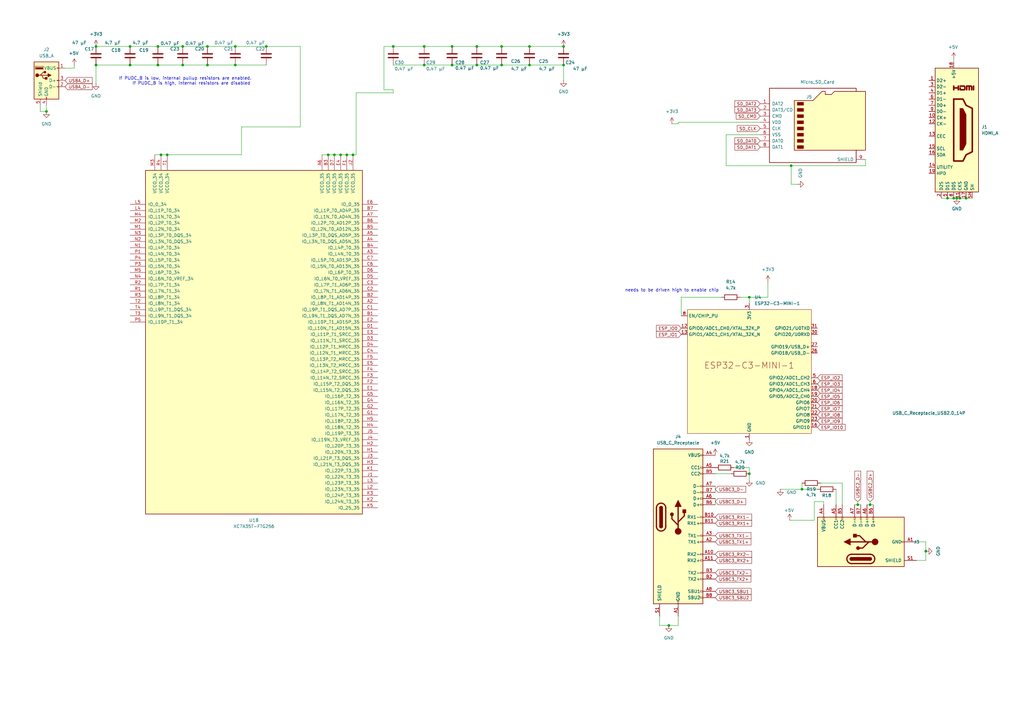
<source format=kicad_sch>
(kicad_sch (version 20250114) (generator "eeschema") (generator_version "9.0")
  (paper "A3")
  (lib_symbols
    (symbol "Connector:HDMI_A"
      (property "Reference" "J" (at -6.35 26.67 0))
      (property "Value" "HDMI_A" (at 10.16 26.67 0))
      (symbol "HDMI_A_1_1"
        (pin passive line (at -10.16 20.32 0) (length 2.54) (name "D2+") (number "1"))
        (pin passive line (at -10.16 17.78 0) (length 2.54) (name "D2-") (number "3"))
        (pin passive line (at -10.16 15.24 0) (length 2.54) (name "D1+") (number "4"))
        (pin passive line (at -10.16 12.7 0) (length 2.54) (name "D1-") (number "6"))
        (pin passive line (at -10.16 10.16 0) (length 2.54) (name "D0+") (number "7"))
        (pin passive line (at -10.16 7.62 0) (length 2.54) (name "D0-") (number "9"))
        (pin passive line (at -10.16 5.08 0) (length 2.54) (name "CK+") (number "10"))
        (pin passive line (at -10.16 2.54 0) (length 2.54) (name "CK-") (number "12"))
        (pin bidirectional line (at -10.16 -2.54 0) (length 2.54) (name "CEC") (number "13"))
        (pin passive line (at -10.16 -7.62 0) (length 2.54) (name "SCL") (number "15"))
        (pin bidirectional line (at -10.16 -10.16 0) (length 2.54) (name "SDA") (number "16"))
        (pin passive line (at -10.16 -15.24 0) (length 2.54) (name "UTILITY") (number "14"))
        (pin passive line (at -10.16 -17.78 0) (length 2.54) (name "HPD") (number "19"))
        (pin power_in line (at -5.08 -27.94 90) (length 2.54) (name "D2S") (number "2"))
        (pin power_in line (at -2.54 -27.94 90) (length 2.54) (name "D1S") (number "5"))
        (pin power_in line (at 0 27.94 270) (length 2.54) (name "+5V") (number "18"))
        (pin power_in line (at 0 -27.94 90) (length 2.54) (name "D0S") (number "8"))
        (pin power_in line (at 2.54 -27.94 90) (length 2.54) (name "CKS") (number "11"))
        (pin power_in line (at 5.08 -27.94 90) (length 2.54) (name "GND") (number "17"))
        (pin passive line (at 7.62 -27.94 90) (length 2.54) (name "SH") (number "SH"))
      )
    )
    (symbol "Connector:Micro_SD_Card" (pin_names (offset 1.016))
      (property "Reference" "J" (at -16.51 15.24 0))
      (property "Value" "Micro_SD_Card" (at 16.51 15.24 0))
      (symbol "Micro_SD_Card_1_1"
        (pin bidirectional line (at -22.86 7.62 0) (length 3.81) (name "DAT2") (number "1"))
        (pin bidirectional line (at -22.86 5.08 0) (length 3.81) (name "DAT3/CD") (number "2"))
        (pin input line (at -22.86 2.54 0) (length 3.81) (name "CMD") (number "3"))
        (pin power_in line (at -22.86 0 0) (length 3.81) (name "VDD") (number "4"))
        (pin input line (at -22.86 -2.54 0) (length 3.81) (name "CLK") (number "5"))
        (pin power_in line (at -22.86 -5.08 0) (length 3.81) (name "VSS") (number "6"))
        (pin bidirectional line (at -22.86 -7.62 0) (length 3.81) (name "DAT0") (number "7"))
        (pin bidirectional line (at -22.86 -10.16 0) (length 3.81) (name "DAT1") (number "8"))
        (pin passive line (at 20.32 -15.24 180) (length 3.81) (name "SHIELD") (number "9"))
      )
    )
    (symbol "Connector:USB_A" (pin_names (offset 1.016))
      (property "Reference" "J" (at -5.08 11.43 0))
      (property "Value" "USB_A" (at -5.08 8.89 0))
      (symbol "USB_A_1_1"
        (pin passive line (at -2.54 -10.16 90) (length 2.54) (name "Shield") (number "5"))
        (pin power_in line (at 0 -10.16 90) (length 2.54) (name "GND") (number "4"))
        (pin power_in line (at 7.62 5.08 180) (length 2.54) (name "VBUS") (number "1"))
        (pin bidirectional line (at 7.62 0 180) (length 2.54) (name "D+") (number "3"))
        (pin bidirectional line (at 7.62 -2.54 180) (length 2.54) (name "D-") (number "2"))
      )
    )
    (symbol "Connector:USB_C_Receptacle" (pin_names (offset 1.016))
      (property "Reference" "J" (at -10.16 29.21 0))
      (property "Value" "USB_C_Receptacle" (at 10.16 29.21 0))
      (symbol "USB_C_Receptacle_1_1"
        (pin passive line (at -7.62 -40.64 90) (length 5.08) (name "SHIELD") (number "S1"))
        (pin passive line (at 0 -40.64 90) (length 5.08) (name "GND") (number "A1"))
        (pin passive line (at 0 -40.64 90) (length 5.08) (hide yes) (name "GND") (number "A12"))
        (pin passive line (at 0 -40.64 90) (length 5.08) (hide yes) (name "GND") (number "B1"))
        (pin passive line (at 0 -40.64 90) (length 5.08) (hide yes) (name "GND") (number "B12"))
        (pin passive line (at 15.24 25.4 180) (length 5.08) (name "VBUS") (number "A4"))
        (pin passive line (at 15.24 25.4 180) (length 5.08) (hide yes) (name "VBUS") (number "A9"))
        (pin passive line (at 15.24 25.4 180) (length 5.08) (hide yes) (name "VBUS") (number "B4"))
        (pin passive line (at 15.24 25.4 180) (length 5.08) (hide yes) (name "VBUS") (number "B9"))
        (pin bidirectional line (at 15.24 20.32 180) (length 5.08) (name "CC1") (number "A5"))
        (pin bidirectional line (at 15.24 17.78 180) (length 5.08) (name "CC2") (number "B5"))
        (pin bidirectional line (at 15.24 12.7 180) (length 5.08) (name "D-") (number "A7"))
        (pin bidirectional line (at 15.24 10.16 180) (length 5.08) (name "D-") (number "B7"))
        (pin bidirectional line (at 15.24 7.62 180) (length 5.08) (name "D+") (number "A6"))
        (pin bidirectional line (at 15.24 5.08 180) (length 5.08) (name "D+") (number "B6"))
        (pin bidirectional line (at 15.24 0 180) (length 5.08) (name "RX1-") (number "B10"))
        (pin bidirectional line (at 15.24 -2.54 180) (length 5.08) (name "RX1+") (number "B11"))
        (pin bidirectional line (at 15.24 -7.62 180) (length 5.08) (name "TX1-") (number "A3"))
        (pin bidirectional line (at 15.24 -10.16 180) (length 5.08) (name "TX1+") (number "A2"))
        (pin bidirectional line (at 15.24 -15.24 180) (length 5.08) (name "RX2-") (number "A10"))
        (pin bidirectional line (at 15.24 -17.78 180) (length 5.08) (name "RX2+") (number "A11"))
        (pin bidirectional line (at 15.24 -22.86 180) (length 5.08) (name "TX2-") (number "B3"))
        (pin bidirectional line (at 15.24 -25.4 180) (length 5.08) (name "TX2+") (number "B2"))
        (pin bidirectional line (at 15.24 -30.48 180) (length 5.08) (name "SBU1") (number "A8"))
        (pin bidirectional line (at 15.24 -33.02 180) (length 5.08) (name "SBU2") (number "B8"))
      )
    )
    (symbol "Connector:USB_C_Receptacle_USB2.0_14P" (pin_names (offset 1.016))
      (property "Reference" "J" (at 0 22.225 0))
      (property "Value" "USB_C_Receptacle_USB2.0_14P" (at 0 19.685 0))
      (symbol "USB_C_Receptacle_USB2.0_14P_1_1"
        (pin passive line (at -7.62 -22.86 90) (length 5.08) (name "SHIELD") (number "S1"))
        (pin passive line (at 0 -22.86 90) (length 5.08) (name "GND") (number "A1"))
        (pin passive line (at 0 -22.86 90) (length 5.08) (hide yes) (name "GND") (number "A12"))
        (pin passive line (at 0 -22.86 90) (length 5.08) (hide yes) (name "GND") (number "B1"))
        (pin passive line (at 0 -22.86 90) (length 5.08) (hide yes) (name "GND") (number "B12"))
        (pin passive line (at 15.24 15.24 180) (length 5.08) (name "VBUS") (number "A4"))
        (pin passive line (at 15.24 15.24 180) (length 5.08) (hide yes) (name "VBUS") (number "A9"))
        (pin passive line (at 15.24 15.24 180) (length 5.08) (hide yes) (name "VBUS") (number "B4"))
        (pin passive line (at 15.24 15.24 180) (length 5.08) (hide yes) (name "VBUS") (number "B9"))
        (pin bidirectional line (at 15.24 10.16 180) (length 5.08) (name "CC1") (number "A5"))
        (pin bidirectional line (at 15.24 7.62 180) (length 5.08) (name "CC2") (number "B5"))
        (pin bidirectional line (at 15.24 2.54 180) (length 5.08) (name "D-") (number "A7"))
        (pin bidirectional line (at 15.24 0 180) (length 5.08) (name "D-") (number "B7"))
        (pin bidirectional line (at 15.24 -2.54 180) (length 5.08) (name "D+") (number "A6"))
        (pin bidirectional line (at 15.24 -5.08 180) (length 5.08) (name "D+") (number "B6"))
      )
    )
    (symbol "Device:C" (pin_numbers (hide yes)) (pin_names (offset 0.254))
      (property "Reference" "C" (at 0.635 2.54 0))
      (property "Value" "C" (at 0.635 -2.54 0))
      (symbol "C_1_1"
        (pin passive line (at 0 3.81 270) (length 2.794) (name "~") (number "1"))
        (pin passive line (at 0 -3.81 90) (length 2.794) (name "~") (number "2"))
      )
    )
    (symbol "Device:R" (pin_numbers (hide yes)) (pin_names (offset 0))
      (property "Reference" "R" (at 2.032 0 90))
      (property "Value" "R" (at 0 0 90))
      (symbol "R_1_1"
        (pin passive line (at 0 3.81 270) (length 1.27) (name "~") (number "1"))
        (pin passive line (at 0 -3.81 90) (length 1.27) (name "~") (number "2"))
      )
    )
    (symbol "FPGA_Xilinx_Artix7:XC7A35T-FTG256" (pin_names (offset 1.016))
      (property "Reference" "U" (at -2.54 0 0))
      (property "Value" "XC7A35T-FTG256" (at -2.54 -2.54 0))
      (symbol "XC7A35T-FTG256_1_1"
        (pin bidirectional line (at -53.34 52.07 0) (length 6.35) (name "IO_0_14") (number "K12"))
        (pin bidirectional line (at -53.34 49.53 0) (length 6.35) (name "IO_L1P_T0_D00_MOSI_14") (number "J13"))
        (pin bidirectional line (at -53.34 46.99 0) (length 6.35) (name "IO_L1N_T0_D01_DIN_14") (number "J14"))
        (pin bidirectional line (at -53.34 44.45 0) (length 6.35) (name "IO_L2P_T0_D02_14") (number "K15"))
        (pin bidirectional line (at -53.34 41.91 0) (length 6.35) (name "IO_L2N_T0_D03_14") (number "K16"))
        (pin bidirectional line (at -53.34 39.37 0) (length 6.35) (name "IO_L3P_T0_DQS_PUDC_B_14") (number "L15"))
        (pin bidirectional line (at -53.34 36.83 0) (length 6.35) (name "IO_L3N_T0_DQS_EMCCLK_14") (number "M15"))
        (pin bidirectional line (at -53.34 34.29 0) (length 6.35) (name "IO_L4P_T0_D04_14") (number "L14"))
        (pin bidirectional line (at -53.34 31.75 0) (length 6.35) (name "IO_L4N_T0_D05_14") (number "M14"))
        (pin bidirectional line (at -53.34 29.21 0) (length 6.35) (name "IO_L5P_T0_D06_14") (number "K13"))
        (pin bidirectional line (at -53.34 26.67 0) (length 6.35) (name "IO_L5N_T0_D07_14") (number "L13"))
        (pin bidirectional line (at -53.34 24.13 0) (length 6.35) (name "IO_L6P_T0_FCS_B_14") (number "L12"))
        (pin bidirectional line (at -53.34 21.59 0) (length 6.35) (name "IO_L6N_T0_D08_VREF_14") (number "M12"))
        (pin bidirectional line (at -53.34 19.05 0) (length 6.35) (name "IO_L7P_T1_D09_14") (number "M16"))
        (pin bidirectional line (at -53.34 16.51 0) (length 6.35) (name "IO_L7N_T1_D10_14") (number "N16"))
        (pin bidirectional line (at -53.34 13.97 0) (length 6.35) (name "IO_L8P_T1_D11_14") (number "P15"))
        (pin bidirectional line (at -53.34 11.43 0) (length 6.35) (name "IO_L8N_T1_D12_14") (number "P16"))
        (pin bidirectional line (at -53.34 8.89 0) (length 6.35) (name "IO_L9P_T1_DQS_14") (number "R15"))
        (pin bidirectional line (at -53.34 6.35 0) (length 6.35) (name "IO_L9N_T1_DQS_D13_14") (number "R16"))
        (pin bidirectional line (at -53.34 3.81 0) (length 6.35) (name "IO_L10P_T1_D14_14") (number "T14"))
        (pin bidirectional line (at -53.34 1.27 0) (length 6.35) (name "IO_L10N_T1_D15_14") (number "T15"))
        (pin bidirectional line (at -53.34 -1.27 0) (length 6.35) (name "IO_L11P_T1_SRCC_14") (number "N13"))
        (pin bidirectional line (at -53.34 -3.81 0) (length 6.35) (name "IO_L11N_T1_SRCC_14") (number "P13"))
        (pin bidirectional line (at -53.34 -6.35 0) (length 6.35) (name "IO_L12P_T1_MRCC_14") (number "N14"))
        (pin bidirectional line (at -53.34 -8.89 0) (length 6.35) (name "IO_L12N_T1_MRCC_14") (number "P14"))
        (pin bidirectional line (at -53.34 -11.43 0) (length 6.35) (name "IO_L13P_T2_MRCC_14") (number "N11"))
        (pin bidirectional line (at -53.34 -13.97 0) (length 6.35) (name "IO_L13N_T2_MRCC_14") (number "N12"))
        (pin bidirectional line (at -53.34 -16.51 0) (length 6.35) (name "IO_L14P_T2_SRCC_14") (number "P10"))
        (pin bidirectional line (at -53.34 -19.05 0) (length 6.35) (name "IO_L14N_T2_SRCC_14") (number "P11"))
        (pin bidirectional line (at -53.34 -21.59 0) (length 6.35) (name "IO_L15P_T2_DQS_RDWR_B_14") (number "R12"))
        (pin bidirectional line (at -53.34 -24.13 0) (length 6.35) (name "IO_L15N_T2_DQS_DOUT_CSO_B_14") (number "T12"))
        (pin bidirectional line (at -53.34 -26.67 0) (length 6.35) (name "IO_L16P_T2_CSI_B_14") (number "R13"))
        (pin bidirectional line (at -53.34 -29.21 0) (length 6.35) (name "IO_L16N_T2_A15_D31_14") (number "T13"))
        (pin bidirectional line (at -53.34 -31.75 0) (length 6.35) (name "IO_L17P_T2_A14_D30_14") (number "R10"))
        (pin bidirectional line (at -53.34 -34.29 0) (length 6.35) (name "IO_L17N_T2_A13_D29_14") (number "R11"))
        (pin bidirectional line (at -53.34 -36.83 0) (length 6.35) (name "IO_L18P_T2_A12_D28_14") (number "N9"))
        (pin bidirectional line (at -53.34 -39.37 0) (length 6.35) (name "IO_L18N_T2_A11_D27_14") (number "P9"))
        (pin bidirectional line (at -53.34 -41.91 0) (length 6.35) (name "IO_L19P_T3_A10_D26_14") (number "M6"))
        (pin bidirectional line (at -53.34 -44.45 0) (length 6.35) (name "IO_L19N_T3_A09_D25_VREF_14") (number "N6"))
        (pin bidirectional line (at -53.34 -46.99 0) (length 6.35) (name "IO_L20P_T3_A08_D24_14") (number "P8"))
        (pin bidirectional line (at -53.34 -49.53 0) (length 6.35) (name "IO_L20N_T3_A07_D23_14") (number "R8"))
        (pin bidirectional line (at -53.34 -52.07 0) (length 6.35) (name "IO_L21P_T3_DQS_14") (number "T7"))
        (pin bidirectional line (at -53.34 -54.61 0) (length 6.35) (name "IO_L21N_T3_DQS_A06_D22_14") (number "T8"))
        (pin bidirectional line (at -53.34 -57.15 0) (length 6.35) (name "IO_L22P_T3_A05_D21_14") (number "T9"))
        (pin bidirectional line (at -53.34 -59.69 0) (length 6.35) (name "IO_L22N_T3_A04_D20_14") (number "T10"))
        (pin bidirectional line (at -53.34 -62.23 0) (length 6.35) (name "IO_L23P_T3_A03_D19_14") (number "R5"))
        (pin bidirectional line (at -53.34 -64.77 0) (length 6.35) (name "IO_L23N_T3_A02_D18_14") (number "T5"))
        (pin bidirectional line (at -53.34 -67.31 0) (length 6.35) (name "IO_L24P_T3_A01_D17_14") (number "R6"))
        (pin bidirectional line (at -53.34 -69.85 0) (length 6.35) (name "IO_L24N_T3_A00_D16_14") (number "R7"))
        (pin bidirectional line (at -53.34 -72.39 0) (length 6.35) (name "IO_25_14") (number "P6"))
        (pin power_in line (at -43.18 72.39 270) (length 6.35) (name "VCCO_14") (number "L16"))
        (pin power_in line (at -40.64 72.39 270) (length 6.35) (name "VCCO_14") (number "M13"))
        (pin power_in line (at -38.1 72.39 270) (length 6.35) (name "VCCO_14") (number "N10"))
        (pin power_in line (at -35.56 72.39 270) (length 6.35) (name "VCCO_14") (number "P7"))
        (pin power_in line (at -33.02 72.39 270) (length 6.35) (name "VCCO_14") (number "R14"))
        (pin power_in line (at -30.48 72.39 270) (length 6.35) (name "VCCO_14") (number "T11"))
        (pin power_in line (at 25.4 72.39 270) (length 6.35) (name "VCCO_15") (number "A16"))
        (pin power_in line (at 27.94 72.39 270) (length 6.35) (name "VCCO_15") (number "B13"))
        (pin power_in line (at 30.48 72.39 270) (length 6.35) (name "VCCO_15") (number "C10"))
        (pin power_in line (at 33.02 72.39 270) (length 6.35) (name "VCCO_15") (number "E14"))
        (pin power_in line (at 35.56 72.39 270) (length 6.35) (name "VCCO_15") (number "H15"))
        (pin power_in line (at 38.1 72.39 270) (length 6.35) (name "VCCO_15") (number "J12"))
        (pin bidirectional line (at 48.26 52.07 180) (length 6.35) (name "IO_0_15") (number "D10"))
        (pin bidirectional line (at 48.26 49.53 180) (length 6.35) (name "IO_L1P_T0_AD0P_15") (number "C8"))
        (pin bidirectional line (at 48.26 46.99 180) (length 6.35) (name "IO_L1N_T0_AD0N_15") (number "C9"))
        (pin bidirectional line (at 48.26 44.45 180) (length 6.35) (name "IO_L2P_T0_AD8P_15") (number "A8"))
        (pin bidirectional line (at 48.26 41.91 180) (length 6.35) (name "IO_L2N_T0_AD8N_15") (number "A9"))
        (pin bidirectional line (at 48.26 39.37 180) (length 6.35) (name "IO_L3P_T0_DQS_AD1P_15") (number "B9"))
        (pin bidirectional line (at 48.26 36.83 180) (length 6.35) (name "IO_L3N_T0_DQS_AD1N_15") (number "A10"))
        (pin bidirectional line (at 48.26 34.29 180) (length 6.35) (name "IO_L4P_T0_15") (number "B10"))
        (pin bidirectional line (at 48.26 31.75 180) (length 6.35) (name "IO_L4N_T0_15") (number "B11"))
        (pin bidirectional line (at 48.26 29.21 180) (length 6.35) (name "IO_L5P_T0_AD9P_15") (number "B12"))
        (pin bidirectional line (at 48.26 26.67 180) (length 6.35) (name "IO_L5N_T0_AD9N_15") (number "A12"))
        (pin bidirectional line (at 48.26 24.13 180) (length 6.35) (name "IO_L6P_T0_15") (number "D8"))
        (pin bidirectional line (at 48.26 21.59 180) (length 6.35) (name "IO_L6N_T0_VREF_15") (number "D9"))
        (pin bidirectional line (at 48.26 19.05 180) (length 6.35) (name "IO_L7P_T1_AD2P_15") (number "A13"))
        (pin bidirectional line (at 48.26 16.51 180) (length 6.35) (name "IO_L7N_T1_AD2N_15") (number "A14"))
        (pin bidirectional line (at 48.26 13.97 180) (length 6.35) (name "IO_L8P_T1_AD10P_15") (number "C14"))
        (pin bidirectional line (at 48.26 11.43 180) (length 6.35) (name "IO_L8N_T1_AD10N_15") (number "B14"))
        (pin bidirectional line (at 48.26 8.89 180) (length 6.35) (name "IO_L9P_T1_DQS_AD3P_15") (number "B15"))
        (pin bidirectional line (at 48.26 6.35 180) (length 6.35) (name "IO_L9N_T1_DQS_AD3N_15") (number "A15"))
        (pin bidirectional line (at 48.26 3.81 180) (length 6.35) (name "IO_L10P_T1_AD11P_15") (number "C16"))
        (pin bidirectional line (at 48.26 1.27 180) (length 6.35) (name "IO_L10N_T1_AD11N_15") (number "B16"))
        (pin bidirectional line (at 48.26 -1.27 180) (length 6.35) (name "IO_L11P_T1_SRCC_15") (number "C11"))
        (pin bidirectional line (at 48.26 -3.81 180) (length 6.35) (name "IO_L11N_T1_SRCC_15") (number "C12"))
        (pin bidirectional line (at 48.26 -6.35 180) (length 6.35) (name "IO_L12P_T1_MRCC_15") (number "D13"))
        (pin bidirectional line (at 48.26 -8.89 180) (length 6.35) (name "IO_L12N_T1_MRCC_15") (number "C13"))
        (pin bidirectional line (at 48.26 -11.43 180) (length 6.35) (name "IO_L13P_T2_MRCC_15") (number "E12"))
        (pin bidirectional line (at 48.26 -13.97 180) (length 6.35) (name "IO_L13N_T2_MRCC_15") (number "E13"))
        (pin bidirectional line (at 48.26 -16.51 180) (length 6.35) (name "IO_L14P_T2_SRCC_15") (number "E11"))
        (pin bidirectional line (at 48.26 -19.05 180) (length 6.35) (name "IO_L14N_T2_SRCC_15") (number "D11"))
        (pin bidirectional line (at 48.26 -21.59 180) (length 6.35) (name "IO_L15P_T2_DQS_15") (number "D14"))
        (pin bidirectional line (at 48.26 -24.13 180) (length 6.35) (name "IO_L15N_T2_DQS_ADV_B_15") (number "D15"))
        (pin bidirectional line (at 48.26 -26.67 180) (length 6.35) (name "IO_L16P_T2_A28_15") (number "F12"))
        (pin bidirectional line (at 48.26 -29.21 180) (length 6.35) (name "IO_L16N_T2_A27_15") (number "F13"))
        (pin bidirectional line (at 48.26 -31.75 180) (length 6.35) (name "IO_L17P_T2_A26_15") (number "E16"))
        (pin bidirectional line (at 48.26 -34.29 180) (length 6.35) (name "IO_L17N_T2_A25_15") (number "D16"))
        (pin bidirectional line (at 48.26 -36.83 180) (length 6.35) (name "IO_L18P_T2_A24_15") (number "F15"))
        (pin bidirectional line (at 48.26 -39.37 180) (length 6.35) (name "IO_L18N_T2_A23_15") (number "E15"))
        (pin bidirectional line (at 48.26 -41.91 180) (length 6.35) (name "IO_L19P_T3_A22_15") (number "H11"))
        (pin bidirectional line (at 48.26 -44.45 180) (length 6.35) (name "IO_L19N_T3_A21_VREF_15") (number "G12"))
        (pin bidirectional line (at 48.26 -46.99 180) (length 6.35) (name "IO_L20P_T3_A20_15") (number "H12"))
        (pin bidirectional line (at 48.26 -49.53 180) (length 6.35) (name "IO_L20N_T3_A19_15") (number "H13"))
        (pin bidirectional line (at 48.26 -52.07 180) (length 6.35) (name "IO_L21P_T3_DQS_15") (number "G14"))
        (pin bidirectional line (at 48.26 -54.61 180) (length 6.35) (name "IO_L21N_T3_DQS_A18_15") (number "F14"))
        (pin bidirectional line (at 48.26 -57.15 180) (length 6.35) (name "IO_L22P_T3_A17_15") (number "H16"))
        (pin bidirectional line (at 48.26 -59.69 180) (length 6.35) (name "IO_L22N_T3_A16_15") (number "G16"))
        (pin bidirectional line (at 48.26 -62.23 180) (length 6.35) (name "IO_L23P_T3_FOE_B_15") (number "J15"))
        (pin bidirectional line (at 48.26 -64.77 180) (length 6.35) (name "IO_L23N_T3_FWE_B_15") (number "J16"))
        (pin bidirectional line (at 48.26 -67.31 180) (length 6.35) (name "IO_L24P_T3_RS1_15") (number "H14"))
        (pin bidirectional line (at 48.26 -69.85 180) (length 6.35) (name "IO_L24N_T3_RS0_15") (number "G15"))
        (pin bidirectional line (at 48.26 -72.39 180) (length 6.35) (name "IO_25_15") (number "G11"))
      )
      (symbol "XC7A35T-FTG256_2_1"
        (pin bidirectional line (at -50.8 53.34 0) (length 6.35) (name "IO_0_34") (number "L5"))
        (pin bidirectional line (at -50.8 50.8 0) (length 6.35) (name "IO_L1P_T0_34") (number "L4"))
        (pin bidirectional line (at -50.8 48.26 0) (length 6.35) (name "IO_L1N_T0_34") (number "M4"))
        (pin bidirectional line (at -50.8 45.72 0) (length 6.35) (name "IO_L2P_T0_34") (number "M2"))
        (pin bidirectional line (at -50.8 43.18 0) (length 6.35) (name "IO_L2N_T0_34") (number "M1"))
        (pin bidirectional line (at -50.8 40.64 0) (length 6.35) (name "IO_L3P_T0_DQS_34") (number "N3"))
        (pin bidirectional line (at -50.8 38.1 0) (length 6.35) (name "IO_L3N_T0_DQS_34") (number "N2"))
        (pin bidirectional line (at -50.8 35.56 0) (length 6.35) (name "IO_L4P_T0_34") (number "N1"))
        (pin bidirectional line (at -50.8 33.02 0) (length 6.35) (name "IO_L4N_T0_34") (number "P1"))
        (pin bidirectional line (at -50.8 30.48 0) (length 6.35) (name "IO_L5P_T0_34") (number "P4"))
        (pin bidirectional line (at -50.8 27.94 0) (length 6.35) (name "IO_L5N_T0_34") (number "P3"))
        (pin bidirectional line (at -50.8 25.4 0) (length 6.35) (name "IO_L6P_T0_34") (number "M5"))
        (pin bidirectional line (at -50.8 22.86 0) (length 6.35) (name "IO_L6N_T0_VREF_34") (number "N4"))
        (pin bidirectional line (at -50.8 20.32 0) (length 6.35) (name "IO_L7P_T1_34") (number "R2"))
        (pin bidirectional line (at -50.8 17.78 0) (length 6.35) (name "IO_L7N_T1_34") (number "R1"))
        (pin bidirectional line (at -50.8 15.24 0) (length 6.35) (name "IO_L8P_T1_34") (number "R3"))
        (pin bidirectional line (at -50.8 12.7 0) (length 6.35) (name "IO_L8N_T1_34") (number "T2"))
        (pin bidirectional line (at -50.8 10.16 0) (length 6.35) (name "IO_L9P_T1_DQS_34") (number "T4"))
        (pin bidirectional line (at -50.8 7.62 0) (length 6.35) (name "IO_L9N_T1_DQS_34") (number "T3"))
        (pin bidirectional line (at -50.8 5.08 0) (length 6.35) (name "IO_L10P_T1_34") (number "P5"))
        (pin power_in line (at -40.64 73.66 270) (length 6.35) (name "VCCO_34") (number "M3"))
        (pin power_in line (at -38.1 73.66 270) (length 6.35) (name "VCCO_34") (number "R4"))
        (pin power_in line (at -35.56 73.66 270) (length 6.35) (name "VCCO_34") (number "T1"))
        (pin power_in line (at 27.94 73.66 270) (length 6.35) (name "VCCO_35") (number "A6"))
        (pin power_in line (at 30.48 73.66 270) (length 6.35) (name "VCCO_35") (number "B3"))
        (pin power_in line (at 33.02 73.66 270) (length 6.35) (name "VCCO_35") (number "D7"))
        (pin power_in line (at 35.56 73.66 270) (length 6.35) (name "VCCO_35") (number "E4"))
        (pin power_in line (at 38.1 73.66 270) (length 6.35) (name "VCCO_35") (number "F1"))
        (pin power_in line (at 40.64 73.66 270) (length 6.35) (name "VCCO_35") (number "J2"))
        (pin bidirectional line (at 50.8 53.34 180) (length 6.35) (name "IO_0_35") (number "E6"))
        (pin bidirectional line (at 50.8 50.8 180) (length 6.35) (name "IO_L1P_T0_AD4P_35") (number "B7"))
        (pin bidirectional line (at 50.8 48.26 180) (length 6.35) (name "IO_L1N_T0_AD4N_35") (number "A7"))
        (pin bidirectional line (at 50.8 45.72 180) (length 6.35) (name "IO_L2P_T0_AD12P_35") (number "B6"))
        (pin bidirectional line (at 50.8 43.18 180) (length 6.35) (name "IO_L2N_T0_AD12N_35") (number "B5"))
        (pin bidirectional line (at 50.8 40.64 180) (length 6.35) (name "IO_L3P_T0_DQS_AD5P_35") (number "A5"))
        (pin bidirectional line (at 50.8 38.1 180) (length 6.35) (name "IO_L3N_T0_DQS_AD5N_35") (number "A4"))
        (pin bidirectional line (at 50.8 35.56 180) (length 6.35) (name "IO_L4P_T0_35") (number "B4"))
        (pin bidirectional line (at 50.8 33.02 180) (length 6.35) (name "IO_L4N_T0_35") (number "A3"))
        (pin bidirectional line (at 50.8 30.48 180) (length 6.35) (name "IO_L5P_T0_AD13P_35") (number "C7"))
        (pin bidirectional line (at 50.8 27.94 180) (length 6.35) (name "IO_L5N_T0_AD13N_35") (number "C6"))
        (pin bidirectional line (at 50.8 25.4 180) (length 6.35) (name "IO_L6P_T0_35") (number "D6"))
        (pin bidirectional line (at 50.8 22.86 180) (length 6.35) (name "IO_L6N_T0_VREF_35") (number "D5"))
        (pin bidirectional line (at 50.8 20.32 180) (length 6.35) (name "IO_L7P_T1_AD6P_35") (number "C3"))
        (pin bidirectional line (at 50.8 17.78 180) (length 6.35) (name "IO_L7N_T1_AD6N_35") (number "C2"))
        (pin bidirectional line (at 50.8 15.24 180) (length 6.35) (name "IO_L8P_T1_AD14P_35") (number "B2"))
        (pin bidirectional line (at 50.8 12.7 180) (length 6.35) (name "IO_L8N_T1_AD14N_35") (number "A2"))
        (pin bidirectional line (at 50.8 10.16 180) (length 6.35) (name "IO_L9P_T1_DQS_AD7P_35") (number "C1"))
        (pin bidirectional line (at 50.8 7.62 180) (length 6.35) (name "IO_L9N_T1_DQS_AD7N_35") (number "B1"))
        (pin bidirectional line (at 50.8 5.08 180) (length 6.35) (name "IO_L10P_T1_AD15P_35") (number "E2"))
        (pin bidirectional line (at 50.8 2.54 180) (length 6.35) (name "IO_L10N_T1_AD15N_35") (number "D1"))
        (pin bidirectional line (at 50.8 0 180) (length 6.35) (name "IO_L11P_T1_SRCC_35") (number "E3"))
        (pin bidirectional line (at 50.8 -2.54 180) (length 6.35) (name "IO_L11N_T1_SRCC_35") (number "D3"))
        (pin bidirectional line (at 50.8 -5.08 180) (length 6.35) (name "IO_L12P_T1_MRCC_35") (number "D4"))
        (pin bidirectional line (at 50.8 -7.62 180) (length 6.35) (name "IO_L12N_T1_MRCC_35") (number "C4"))
        (pin bidirectional line (at 50.8 -10.16 180) (length 6.35) (name "IO_L13P_T2_MRCC_35") (number "F5"))
        (pin bidirectional line (at 50.8 -12.7 180) (length 6.35) (name "IO_L13N_T2_MRCC_35") (number "E5"))
        (pin bidirectional line (at 50.8 -15.24 180) (length 6.35) (name "IO_L14P_T2_SRCC_35") (number "F4"))
        (pin bidirectional line (at 50.8 -17.78 180) (length 6.35) (name "IO_L14N_T2_SRCC_35") (number "F3"))
        (pin bidirectional line (at 50.8 -20.32 180) (length 6.35) (name "IO_L15P_T2_DQS_35") (number "F2"))
        (pin bidirectional line (at 50.8 -22.86 180) (length 6.35) (name "IO_L15N_T2_DQS_35") (number "E1"))
        (pin bidirectional line (at 50.8 -25.4 180) (length 6.35) (name "IO_L16P_T2_35") (number "G5"))
        (pin bidirectional line (at 50.8 -27.94 180) (length 6.35) (name "IO_L16N_T2_35") (number "G4"))
        (pin bidirectional line (at 50.8 -30.48 180) (length 6.35) (name "IO_L17P_T2_35") (number "G2"))
        (pin bidirectional line (at 50.8 -33.02 180) (length 6.35) (name "IO_L17N_T2_35") (number "G1"))
        (pin bidirectional line (at 50.8 -35.56 180) (length 6.35) (name "IO_L18P_T2_35") (number "H5"))
        (pin bidirectional line (at 50.8 -38.1 180) (length 6.35) (name "IO_L18N_T2_35") (number "H4"))
        (pin bidirectional line (at 50.8 -40.64 180) (length 6.35) (name "IO_L19P_T3_35") (number "J5"))
        (pin bidirectional line (at 50.8 -43.18 180) (length 6.35) (name "IO_L19N_T3_VREF_35") (number "J4"))
        (pin bidirectional line (at 50.8 -45.72 180) (length 6.35) (name "IO_L20P_T3_35") (number "H2"))
        (pin bidirectional line (at 50.8 -48.26 180) (length 6.35) (name "IO_L20N_T3_35") (number "H1"))
        (pin bidirectional line (at 50.8 -50.8 180) (length 6.35) (name "IO_L21P_T3_DQS_35") (number "J3"))
        (pin bidirectional line (at 50.8 -53.34 180) (length 6.35) (name "IO_L21N_T3_DQS_35") (number "H3"))
        (pin bidirectional line (at 50.8 -55.88 180) (length 6.35) (name "IO_L22P_T3_35") (number "K1"))
        (pin bidirectional line (at 50.8 -58.42 180) (length 6.35) (name "IO_L22N_T3_35") (number "J1"))
        (pin bidirectional line (at 50.8 -60.96 180) (length 6.35) (name "IO_L23P_T3_35") (number "L3"))
        (pin bidirectional line (at 50.8 -63.5 180) (length 6.35) (name "IO_L23N_T3_35") (number "L2"))
        (pin bidirectional line (at 50.8 -66.04 180) (length 6.35) (name "IO_L24P_T3_35") (number "K3"))
        (pin bidirectional line (at 50.8 -68.58 180) (length 6.35) (name "IO_L24N_T3_35") (number "K2"))
        (pin bidirectional line (at 50.8 -71.12 180) (length 6.35) (name "IO_25_35") (number "K5"))
      )
      (symbol "XC7A35T-FTG256_3_1"
        (pin power_in line (at 27.94 40.64 270) (length 6.35) (name "VCCO_0") (number "L6"))
        (pin bidirectional line (at 38.1 20.32 180) (length 6.35) (name "TDI_0") (number "N7"))
        (pin bidirectional line (at 38.1 17.78 180) (length 6.35) (name "TDO_0") (number "N8"))
        (pin bidirectional line (at 38.1 15.24 180) (length 6.35) (name "TMS_0") (number "M7"))
        (pin bidirectional line (at 38.1 12.7 180) (length 6.35) (name "TCK_0") (number "L7"))
        (pin bidirectional line (at 38.1 7.62 180) (length 6.35) (name "CCLK_0") (number "E8"))
        (pin bidirectional line (at 38.1 5.08 180) (length 6.35) (name "M0_0") (number "M9"))
        (pin bidirectional line (at 38.1 2.54 180) (length 6.35) (name "M1_0") (number "M10"))
        (pin bidirectional line (at 38.1 0 180) (length 6.35) (name "M2_0") (number "M11"))
        (pin bidirectional line (at 38.1 -5.08 180) (length 6.35) (name "DONE_0") (number "H10"))
        (pin bidirectional line (at 38.1 -7.62 180) (length 6.35) (name "INIT_B_0") (number "K10"))
        (pin bidirectional line (at 38.1 -10.16 180) (length 6.35) (name "PROGRAM_B_0") (number "L9"))
        (pin bidirectional line (at 38.1 -15.24 180) (length 6.35) (name "CFGBVS_0") (number "E7"))
        (pin bidirectional line (at 38.1 -20.32 180) (length 6.35) (name "VP_0") (number "H8"))
        (pin bidirectional line (at 38.1 -22.86 180) (length 6.35) (name "VN_0") (number "J7"))
        (pin bidirectional line (at 38.1 -27.94 180) (length 6.35) (name "VREFP_0") (number "J8"))
        (pin bidirectional line (at 38.1 -30.48 180) (length 6.35) (name "VREFN_0") (number "H7"))
        (pin bidirectional line (at 38.1 -35.56 180) (length 6.35) (name "DXP_0") (number "K8"))
        (pin bidirectional line (at 38.1 -38.1 180) (length 6.35) (name "DXN_0") (number "K7"))
      )
      (symbol "XC7A35T-FTG256_4_1"
        (pin power_in line (at -25.4 33.02 0) (length 6.35) (name "VCCAUX") (number "G10"))
        (pin power_in line (at -25.4 30.48 0) (length 6.35) (name "VCCAUX") (number "J10"))
        (pin power_in line (at -25.4 27.94 0) (length 6.35) (name "VCCAUX") (number "K11"))
        (pin power_in line (at -25.4 25.4 0) (length 6.35) (name "VCCAUX") (number "L10"))
        (pin power_in line (at -25.4 20.32 0) (length 6.35) (name "GNDADC_0") (number "G7"))
        (pin power_in line (at -25.4 17.78 0) (length 6.35) (name "VCCADC_0") (number "G8"))
        (pin power_in line (at -25.4 15.24 0) (length 6.35) (name "VCCBATT_0") (number "F8"))
        (pin power_in line (at -25.4 12.7 0) (length 6.35) (name "VCCBRAM") (number "E10"))
        (pin power_in line (at -25.4 10.16 0) (length 6.35) (name "VCCBRAM") (number "F11"))
        (pin power_in line (at -25.4 2.54 0) (length 6.35) (name "GND") (number "A1"))
        (pin power_in line (at -25.4 0 0) (length 6.35) (name "GND") (number "A11"))
        (pin power_in line (at -25.4 -2.54 0) (length 6.35) (name "GND") (number "B8"))
        (pin power_in line (at -25.4 -5.08 0) (length 6.35) (name "GND") (number "C5"))
        (pin power_in line (at -25.4 -7.62 0) (length 6.35) (name "GND") (number "C15"))
        (pin power_in line (at -25.4 -10.16 0) (length 6.35) (name "GND") (number "D2"))
        (pin power_in line (at -25.4 -12.7 0) (length 6.35) (name "GND") (number "D12"))
        (pin power_in line (at -25.4 -15.24 0) (length 6.35) (name "GND") (number "E9"))
        (pin power_in line (at -25.4 -17.78 0) (length 6.35) (name "GND") (number "F6"))
        (pin power_in line (at -25.4 -20.32 0) (length 6.35) (name "GND") (number "F10"))
        (pin power_in line (at -25.4 -22.86 0) (length 6.35) (name "GND") (number "F16"))
        (pin power_in line (at -25.4 -25.4 0) (length 6.35) (name "GND") (number "G3"))
        (pin power_in line (at -25.4 -27.94 0) (length 6.35) (name "GND") (number "G9"))
        (pin power_in line (at -25.4 -30.48 0) (length 6.35) (name "GND") (number "G13"))
        (pin power_in line (at -25.4 -33.02 0) (length 6.35) (name "GND") (number "H6"))
        (pin power_in line (at 25.4 33.02 180) (length 6.35) (name "VCCINT") (number "F7"))
        (pin power_in line (at 25.4 30.48 180) (length 6.35) (name "VCCINT") (number "F9"))
        (pin power_in line (at 25.4 27.94 180) (length 6.35) (name "VCCINT") (number "G6"))
        (pin power_in line (at 25.4 25.4 180) (length 6.35) (name "VCCINT") (number "H9"))
        (pin power_in line (at 25.4 22.86 180) (length 6.35) (name "VCCINT") (number "J6"))
        (pin power_in line (at 25.4 20.32 180) (length 6.35) (name "VCCINT") (number "K9"))
        (pin power_in line (at 25.4 17.78 180) (length 6.35) (name "VCCINT") (number "L8"))
        (pin power_in line (at 25.4 2.54 180) (length 6.35) (name "GND") (number "J9"))
        (pin power_in line (at 25.4 0 180) (length 6.35) (name "GND") (number "J11"))
        (pin power_in line (at 25.4 -2.54 180) (length 6.35) (name "GND") (number "K4"))
        (pin power_in line (at 25.4 -5.08 180) (length 6.35) (name "GND") (number "K6"))
        (pin power_in line (at 25.4 -7.62 180) (length 6.35) (name "GND") (number "K14"))
        (pin power_in line (at 25.4 -10.16 180) (length 6.35) (name "GND") (number "L1"))
        (pin power_in line (at 25.4 -12.7 180) (length 6.35) (name "GND") (number "L11"))
        (pin power_in line (at 25.4 -15.24 180) (length 6.35) (name "GND") (number "M8"))
        (pin power_in line (at 25.4 -17.78 180) (length 6.35) (name "GND") (number "N5"))
        (pin power_in line (at 25.4 -20.32 180) (length 6.35) (name "GND") (number "N15"))
        (pin power_in line (at 25.4 -22.86 180) (length 6.35) (name "GND") (number "P2"))
        (pin power_in line (at 25.4 -25.4 180) (length 6.35) (name "GND") (number "P12"))
        (pin power_in line (at 25.4 -27.94 180) (length 6.35) (name "GND") (number "R9"))
        (pin power_in line (at 25.4 -30.48 180) (length 6.35) (name "GND") (number "T6"))
        (pin power_in line (at 25.4 -33.02 180) (length 6.35) (name "GND") (number "T16"))
      )
    )
    (symbol "PCM_Espressif:ESP32-C3-MINI-1"
      (property "Reference" "U" (at -25.4 30.48 0))
      (property "Value" "ESP32-C3-MINI-1" (at -25.4 27.94 0))
      (symbol "ESP32-C3-MINI-1_0_0"
        (text "ESP32-C3-MINI-1" (at 0 2.54 0) (effects (font (size 2.54 2.54))))
      )
      (symbol "ESP32-C3-MINI-1_1_1"
        (pin input line (at -27.94 22.86 0) (length 2.54) (name "EN/CHIP_PU") (number "8"))
        (pin bidirectional line (at -27.94 17.78 0) (length 2.54) (name "GPIO0/ADC1_CH0/XTAL_32K_P") (number "12"))
        (pin bidirectional line (at -27.94 15.24 0) (length 2.54) (name "GPIO1/ADC1_CH1/XTAL_32K_N") (number "13"))
        (pin no_connect line (at -25.4 10.16 0) (length 2.54) (hide yes) (name "NC") (number "4"))
        (pin no_connect line (at -25.4 7.62 0) (length 2.54) (hide yes) (name "NC") (number "7"))
        (pin no_connect line (at -25.4 5.08 0) (length 2.54) (hide yes) (name "NC") (number "9"))
        (pin no_connect line (at -25.4 2.54 0) (length 2.54) (hide yes) (name "NC") (number "10"))
        (pin no_connect line (at -25.4 0 0) (length 2.54) (hide yes) (name "NC") (number "15"))
        (pin no_connect line (at -25.4 -2.54 0) (length 2.54) (hide yes) (name "NC") (number "17"))
        (pin no_connect line (at -25.4 -5.08 0) (length 2.54) (hide yes) (name "NC") (number "24"))
        (pin no_connect line (at -25.4 -7.62 0) (length 2.54) (hide yes) (name "NC") (number "25"))
        (pin no_connect line (at -25.4 -10.16 0) (length 2.54) (hide yes) (name "NC") (number "28"))
        (pin no_connect line (at -25.4 -12.7 0) (length 2.54) (hide yes) (name "NC") (number "29"))
        (pin no_connect line (at -25.4 -15.24 0) (length 2.54) (hide yes) (name "NC") (number "32"))
        (pin no_connect line (at -25.4 -17.78 0) (length 2.54) (hide yes) (name "NC") (number "33"))
        (pin no_connect line (at -25.4 -20.32 0) (length 2.54) (hide yes) (name "NC") (number "34"))
        (pin no_connect line (at -25.4 -22.86 0) (length 2.54) (hide yes) (name "NC") (number "35"))
        (pin power_in line (at 0 27.94 270) (length 2.54) (name "3V3") (number "3"))
        (pin power_in line (at 0 -27.94 90) (length 2.54) (name "GND") (number "1"))
        (pin passive line (at 0 -27.94 90) (length 2.54) (hide yes) (name "GND") (number "11"))
        (pin passive line (at 0 -27.94 90) (length 2.54) (hide yes) (name "GND") (number "14"))
        (pin passive line (at 0 -27.94 90) (length 2.54) (hide yes) (name "GND") (number "2"))
        (pin passive line (at 0 -27.94 90) (length 2.54) (hide yes) (name "GND") (number "36"))
        (pin passive line (at 0 -27.94 90) (length 2.54) (hide yes) (name "GND") (number "37"))
        (pin passive line (at 0 -27.94 90) (length 2.54) (hide yes) (name "GND") (number "38"))
        (pin passive line (at 0 -27.94 90) (length 2.54) (hide yes) (name "GND") (number "39"))
        (pin passive line (at 0 -27.94 90) (length 2.54) (hide yes) (name "GND") (number "40"))
        (pin passive line (at 0 -27.94 90) (length 2.54) (hide yes) (name "GND") (number "41"))
        (pin passive line (at 0 -27.94 90) (length 2.54) (hide yes) (name "GND") (number "42"))
        (pin passive line (at 0 -27.94 90) (length 2.54) (hide yes) (name "GND") (number "43"))
        (pin passive line (at 0 -27.94 90) (length 2.54) (hide yes) (name "GND") (number "44"))
        (pin passive line (at 0 -27.94 90) (length 2.54) (hide yes) (name "GND") (number "45"))
        (pin passive line (at 0 -27.94 90) (length 2.54) (hide yes) (name "GND") (number "46"))
        (pin passive line (at 0 -27.94 90) (length 2.54) (hide yes) (name "GND") (number "47"))
        (pin passive line (at 0 -27.94 90) (length 2.54) (hide yes) (name "GND") (number "48"))
        (pin passive line (at 0 -27.94 90) (length 2.54) (hide yes) (name "GND") (number "49"))
        (pin passive line (at 0 -27.94 90) (length 2.54) (hide yes) (name "GND") (number "50"))
        (pin passive line (at 0 -27.94 90) (length 2.54) (hide yes) (name "GND") (number "51"))
        (pin passive line (at 0 -27.94 90) (length 2.54) (hide yes) (name "GND") (number "52"))
        (pin passive line (at 0 -27.94 90) (length 2.54) (hide yes) (name "GND") (number "53"))
        (pin bidirectional line (at 27.94 17.78 180) (length 2.54) (name "GPIO21/U0TXD") (number "31"))
        (pin bidirectional line (at 27.94 15.24 180) (length 2.54) (name "GPIO20/U0RXD") (number "30"))
        (pin bidirectional line (at 27.94 10.16 180) (length 2.54) (name "GPIO19/USB_D+") (number "27"))
        (pin bidirectional line (at 27.94 7.62 180) (length 2.54) (name "GPIO18/USB_D-") (number "26"))
        (pin bidirectional line (at 27.94 -2.54 180) (length 2.54) (name "GPIO2/ADC1_CH2") (number "5"))
        (pin bidirectional line (at 27.94 -5.08 180) (length 2.54) (name "GPIO3/ADC1_CH3") (number "6"))
        (pin bidirectional line (at 27.94 -7.62 180) (length 2.54) (name "GPIO4/ADC1_CH4") (number "18"))
        (pin bidirectional line (at 27.94 -10.16 180) (length 2.54) (name "GPIO5/ADC2_CH0") (number "19"))
        (pin bidirectional line (at 27.94 -12.7 180) (length 2.54) (name "GPIO6") (number "20"))
        (pin bidirectional line (at 27.94 -15.24 180) (length 2.54) (name "GPIO7") (number "21"))
        (pin bidirectional line (at 27.94 -17.78 180) (length 2.54) (name "GPIO8") (number "22"))
        (pin bidirectional line (at 27.94 -20.32 180) (length 2.54) (name "GPIO9") (number "23"))
        (pin bidirectional line (at 27.94 -22.86 180) (length 2.54) (name "GPIO10") (number "16"))
      )
    )
    (symbol "power:+3V3" (power) (pin_numbers (hide yes)) (pin_names (offset 0) (hide yes))
      (property "Value" "+3V3" (at 0 3.556 0))
      (symbol "+3V3_1_1"
        (pin power_in line (at 0 0 90) (length 0) (name "~") (number "1"))
      )
    )
    (symbol "power:+5V" (power) (pin_numbers (hide yes)) (pin_names (offset 0) (hide yes))
      (property "Value" "+5V" (at 0 3.556 0))
      (symbol "+5V_1_1"
        (pin power_in line (at 0 0 90) (length 0) (name "~") (number "1"))
      )
    )
    (symbol "power:GND" (power) (pin_numbers (hide yes)) (pin_names (offset 0) (hide yes))
      (property "Value" "GND" (at 0 -3.81 0))
      (symbol "GND_1_1"
        (pin power_in line (at 0 0 270) (length 0) (name "~") (number "1"))
      )
    )
  )
  (text "If PUDC_B is low, internal pullup resistors are enabled." (at 75.946 32.258 0) (effects (font (size 1.27 1.27))))
  (text "needs to be driven high to enable chip" (at 275.59 119.126 0) (effects (font (size 1.27 1.27))))
  (text "If PUDC_B is high, internal resistors are disabled" (at 78.486 34.29 0) (effects (font (size 1.27 1.27))))
  (junction (at 173.99 19.05))
  (junction (at 392.43 81.28))
  (junction (at 68.58 63.5))
  (junction (at 205.74 19.05))
  (junction (at 85.09 26.67))
  (junction (at 217.17 26.67))
  (junction (at 74.93 19.05))
  (junction (at 217.17 19.05))
  (junction (at 53.34 26.67))
  (junction (at 39.37 19.05))
  (junction (at 109.22 19.05))
  (junction (at 139.7 63.5))
  (junction (at 96.52 19.05))
  (junction (at 393.7 81.28))
  (junction (at 328.93 200.66))
  (junction (at 173.99 26.67))
  (junction (at 74.93 26.67))
  (junction (at 161.29 19.05))
  (junction (at 134.62 63.5))
  (junction (at 144.78 63.5))
  (junction (at 39.37 26.67))
  (junction (at 64.77 19.05))
  (junction (at 185.42 26.67))
  (junction (at 388.62 81.28))
  (junction (at 85.09 19.05))
  (junction (at 391.16 81.28))
  (junction (at 142.24 63.5))
  (junction (at 53.34 19.05))
  (junction (at 96.52 26.67))
  (junction (at 205.74 26.67))
  (junction (at 307.34 121.92))
  (junction (at 231.14 19.05))
  (junction (at 185.42 19.05))
  (junction (at 19.05 45.72))
  (junction (at 356.87 207.01))
  (junction (at 66.04 63.5))
  (junction (at 274.32 256.54))
  (junction (at 231.14 26.67))
  (junction (at 307.34 194.31))
  (junction (at 195.58 26.67))
  (junction (at 137.16 63.5))
  (junction (at 351.79 207.01))
  (junction (at 195.58 19.05))
  (junction (at 396.24 81.28))
  (junction (at 64.77 26.67))
  (junction (at 379.73 226.06))
  (junction (at 324.485 67.945))
  (wire (pts (xy 386.08 81.28) (xy 388.62 81.28)))
  (wire (pts (xy 391.16 81.28) (xy 392.43 81.28)))
  (wire (pts (xy 217.17 19.05) (xy 205.74 19.05)))
  (wire (pts (xy 375.92 229.87) (xy 379.73 229.87)))
  (wire (pts (xy 96.52 19.05) (xy 85.09 19.05)))
  (wire (pts (xy 375.92 222.25) (xy 379.73 222.25)))
  (wire (pts (xy 297.815 55.245) (xy 297.815 67.945)))
  (wire (pts (xy 139.7 63.5) (xy 142.24 63.5)))
  (wire (pts (xy 278.13 50.8) (xy 278.13 50.165)))
  (wire (pts (xy 64.77 26.67) (xy 74.93 26.67)))
  (wire (pts (xy 146.05 38.1) (xy 161.29 38.1)))
  (wire (pts (xy 379.73 229.87) (xy 379.73 226.06)))
  (wire (pts (xy 146.05 63.5) (xy 146.05 38.1)))
  (wire (pts (xy 161.29 36.83) (xy 157.48 36.83)))
  (wire (pts (xy 270.51 256.54) (xy 274.32 256.54)))
  (wire (pts (xy 26.67 27.94) (xy 30.48 27.94)))
  (wire (pts (xy 134.62 63.5) (xy 137.16 63.5)))
  (wire (pts (xy 279.4 121.92) (xy 295.91 121.92)))
  (wire (pts (xy 270.51 252.73) (xy 270.51 256.54)))
  (wire (pts (xy 388.62 81.28) (xy 391.16 81.28)))
  (wire (pts (xy 205.74 19.05) (xy 195.58 19.05)))
  (wire (pts (xy 335.28 200.66) (xy 328.93 200.66)))
  (wire (pts (xy 137.16 63.5) (xy 139.7 63.5)))
  (wire (pts (xy 231.14 19.05) (xy 217.17 19.05)))
  (wire (pts (xy 19.05 43.18) (xy 19.05 45.72)))
  (wire (pts (xy 74.93 26.67) (xy 85.09 26.67)))
  (wire (pts (xy 303.53 121.92) (xy 307.34 121.92)))
  (wire (pts (xy 231.14 26.67) (xy 231.14 33.02)))
  (wire (pts (xy 307.34 121.92) (xy 314.96 121.92)))
  (wire (pts (xy 274.32 256.54) (xy 278.13 256.54)))
  (wire (pts (xy 396.24 81.28) (xy 398.78 81.28)))
  (wire (pts (xy 85.09 26.67) (xy 96.52 26.67)))
  (wire (pts (xy 324.485 67.945) (xy 324.485 75.565)))
  (wire (pts (xy 99.06 63.5) (xy 99.06 52.07)))
  (wire (pts (xy 217.17 26.67) (xy 231.14 26.67)))
  (wire (pts (xy 64.77 19.05) (xy 74.93 19.05)))
  (wire (pts (xy 157.48 19.05) (xy 161.29 19.05)))
  (wire (pts (xy 355.6 207.01) (xy 356.87 207.01)))
  (wire (pts (xy 307.34 191.77) (xy 307.34 194.31)))
  (wire (pts (xy 342.9 200.66) (xy 342.9 207.01)))
  (wire (pts (xy 275.59 50.8) (xy 278.13 50.8)))
  (wire (pts (xy 16.51 43.18) (xy 16.51 45.72)))
  (wire (pts (xy 324.485 67.945) (xy 354.965 67.945)))
  (wire (pts (xy 39.37 26.67) (xy 39.37 34.29)))
  (wire (pts (xy 337.82 205.74) (xy 337.82 207.01)))
  (wire (pts (xy 350.52 207.01) (xy 351.79 207.01)))
  (wire (pts (xy 205.74 26.67) (xy 195.58 26.67)))
  (wire (pts (xy 161.29 38.1) (xy 161.29 36.83)))
  (wire (pts (xy 63.5 63.5) (xy 66.04 63.5)))
  (wire (pts (xy 30.48 27.94) (xy 30.48 26.67)))
  (wire (pts (xy 96.52 26.67) (xy 109.22 26.67)))
  (wire (pts (xy 99.06 52.07) (xy 123.19 52.07)))
  (wire (pts (xy 132.08 63.5) (xy 134.62 63.5)))
  (wire (pts (xy 185.42 19.05) (xy 173.99 19.05)))
  (wire (pts (xy 311.785 55.245) (xy 297.815 55.245)))
  (wire (pts (xy 393.7 81.28) (xy 396.24 81.28)))
  (wire (pts (xy 307.34 194.31) (xy 307.34 196.85)))
  (wire (pts (xy 39.37 26.67) (xy 53.34 26.67)))
  (wire (pts (xy 53.34 19.05) (xy 39.37 19.05)))
  (wire (pts (xy 351.79 207.01) (xy 353.06 207.01)))
  (wire (pts (xy 278.13 252.73) (xy 278.13 256.54)))
  (wire (pts (xy 391.16 24.13) (xy 391.16 25.4)))
  (wire (pts (xy 123.19 52.07) (xy 123.19 19.05)))
  (wire (pts (xy 328.93 198.12) (xy 328.93 200.66)))
  (wire (pts (xy 64.77 19.05) (xy 53.34 19.05)))
  (wire (pts (xy 205.74 26.67) (xy 217.17 26.67)))
  (wire (pts (xy 173.99 19.05) (xy 161.29 19.05)))
  (wire (pts (xy 161.29 26.67) (xy 173.99 26.67)))
  (wire (pts (xy 173.99 26.67) (xy 185.42 26.67)))
  (wire (pts (xy 297.815 67.945) (xy 324.485 67.945)))
  (wire (pts (xy 293.37 199.39) (xy 293.37 201.93)))
  (wire (pts (xy 356.87 205.74) (xy 356.87 207.01)))
  (wire (pts (xy 337.82 205.74) (xy 334.01 205.74)))
  (wire (pts (xy 279.4 129.54) (xy 279.4 121.92)))
  (wire (pts (xy 314.96 115.57) (xy 314.96 121.92)))
  (wire (pts (xy 354.965 65.405) (xy 354.965 67.945)))
  (wire (pts (xy 293.37 194.31) (xy 299.72 194.31)))
  (wire (pts (xy 195.58 26.67) (xy 185.42 26.67)))
  (wire (pts (xy 66.04 63.5) (xy 68.58 63.5)))
  (wire (pts (xy 300.99 191.77) (xy 307.34 191.77)))
  (wire (pts (xy 144.78 63.5) (xy 146.05 63.5)))
  (wire (pts (xy 334.01 205.74) (xy 334.01 213.36)))
  (wire (pts (xy 157.48 36.83) (xy 157.48 19.05)))
  (wire (pts (xy 345.44 207.01) (xy 345.44 198.12)))
  (wire (pts (xy 53.34 26.67) (xy 64.77 26.67)))
  (wire (pts (xy 278.13 50.165) (xy 311.785 50.165)))
  (wire (pts (xy 356.87 207.01) (xy 358.14 207.01)))
  (wire (pts (xy 328.93 200.66) (xy 320.04 200.66)))
  (wire (pts (xy 109.22 19.05) (xy 123.19 19.05)))
  (wire (pts (xy 392.43 81.28) (xy 393.7 81.28)))
  (wire (pts (xy 74.93 19.05) (xy 85.09 19.05)))
  (wire (pts (xy 16.51 45.72) (xy 19.05 45.72)))
  (wire (pts (xy 109.22 19.05) (xy 96.52 19.05)))
  (wire (pts (xy 324.485 75.565) (xy 327.025 75.565)))
  (wire (pts (xy 293.37 204.47) (xy 293.37 207.01)))
  (wire (pts (xy 351.79 205.74) (xy 351.79 207.01)))
  (wire (pts (xy 195.58 19.05) (xy 185.42 19.05)))
  (wire (pts (xy 334.01 213.36) (xy 323.85 213.36)))
  (wire (pts (xy 379.73 226.06) (xy 379.73 222.25)))
  (wire (pts (xy 142.24 63.5) (xy 144.78 63.5)))
  (wire (pts (xy 336.55 198.12) (xy 345.44 198.12)))
  (wire (pts (xy 68.58 63.5) (xy 99.06 63.5)))
  (wire (pts (xy 307.34 121.92) (xy 307.34 124.46)))
  (global_label "ESP_IO5" (shape input) (at 335.28 162.56 0) (property "Intersheetrefs" "${INTERSHEET_REFS}" (effects (hide yes))))
  (global_label "USBC3_SBU1" (shape input) (at 293.37 242.57 0) (property "Intersheetrefs" "${INTERSHEET_REFS}" (effects (hide yes))))
  (global_label "ESP_IO9" (shape input) (at 335.28 172.72 0) (property "Intersheetrefs" "${INTERSHEET_REFS}" (effects (hide yes))))
  (global_label "ESP_IO8" (shape input) (at 335.28 170.18 0) (property "Intersheetrefs" "${INTERSHEET_REFS}" (effects (hide yes))))
  (global_label "SD_CLK" (shape input) (at 311.785 52.705 180) (property "Intersheetrefs" "${INTERSHEET_REFS}" (effects (hide yes))))
  (global_label "USBC3_SBU2" (shape input) (at 293.37 245.11 0) (property "Intersheetrefs" "${INTERSHEET_REFS}" (effects (hide yes))))
  (global_label "USBC3_RX2-" (shape input) (at 293.37 227.33 0) (property "Intersheetrefs" "${INTERSHEET_REFS}" (effects (hide yes))))
  (global_label "ESP_IO7" (shape input) (at 335.28 167.64 0) (property "Intersheetrefs" "${INTERSHEET_REFS}" (effects (hide yes))))
  (global_label "USBC3_D+" (shape input) (at 293.37 205.74 0) (property "Intersheetrefs" "${INTERSHEET_REFS}" (effects (hide yes))))
  (global_label "USBC3_TX2-" (shape input) (at 293.37 234.95 0) (property "Intersheetrefs" "${INTERSHEET_REFS}" (effects (hide yes))))
  (global_label "SD_DAT3" (shape input) (at 311.785 45.085 180) (property "Intersheetrefs" "${INTERSHEET_REFS}" (effects (hide yes))))
  (global_label "SD_DAT0" (shape input) (at 311.785 57.785 180) (property "Intersheetrefs" "${INTERSHEET_REFS}" (effects (hide yes))))
  (global_label "USBC3_TX2+" (shape input) (at 293.37 237.49 0) (property "Intersheetrefs" "${INTERSHEET_REFS}" (effects (hide yes))))
  (global_label "USBC3_RX1-" (shape input) (at 293.37 212.09 0) (property "Intersheetrefs" "${INTERSHEET_REFS}" (effects (hide yes))))
  (global_label "ESP_IO4" (shape input) (at 335.28 160.02 0) (property "Intersheetrefs" "${INTERSHEET_REFS}" (effects (hide yes))))
  (global_label "SD_DAT2" (shape input) (at 311.785 42.545 180) (property "Intersheetrefs" "${INTERSHEET_REFS}" (effects (hide yes))))
  (global_label "SD_DAT1" (shape input) (at 311.785 60.325 180) (property "Intersheetrefs" "${INTERSHEET_REFS}" (effects (hide yes))))
  (global_label "USBC3_TX1-" (shape input) (at 293.37 219.71 0) (property "Intersheetrefs" "${INTERSHEET_REFS}" (effects (hide yes))))
  (global_label "USBC2_D+" (shape input) (at 356.87 205.74 90) (property "Intersheetrefs" "${INTERSHEET_REFS}" (effects (hide yes))))
  (global_label "USBC3_RX2+" (shape input) (at 293.37 229.87 0) (property "Intersheetrefs" "${INTERSHEET_REFS}" (effects (hide yes))))
  (global_label "USBA_D+" (shape input) (at 26.67 33.02 0) (property "Intersheetrefs" "${INTERSHEET_REFS}" (effects (hide yes))))
  (global_label "ESP_IO2" (shape input) (at 335.28 154.94 0) (property "Intersheetrefs" "${INTERSHEET_REFS}" (effects (hide yes))))
  (global_label "ESP_IO6" (shape input) (at 335.28 165.1 0) (property "Intersheetrefs" "${INTERSHEET_REFS}" (effects (hide yes))))
  (global_label "ESP_IO0" (shape input) (at 279.4 134.62 180) (property "Intersheetrefs" "${INTERSHEET_REFS}" (effects (hide yes))))
  (global_label "ESP_IO10" (shape input) (at 335.28 175.26 0) (property "Intersheetrefs" "${INTERSHEET_REFS}" (effects (hide yes))))
  (global_label "SD_CMD" (shape input) (at 311.785 47.625 180) (property "Intersheetrefs" "${INTERSHEET_REFS}" (effects (hide yes))))
  (global_label "ESP_IO3" (shape input) (at 335.28 157.48 0) (property "Intersheetrefs" "${INTERSHEET_REFS}" (effects (hide yes))))
  (global_label "USBA_D-" (shape input) (at 26.67 35.56 0) (property "Intersheetrefs" "${INTERSHEET_REFS}" (effects (hide yes))))
  (global_label "USBC3_D-" (shape input) (at 293.37 200.66 0) (property "Intersheetrefs" "${INTERSHEET_REFS}" (effects (hide yes))))
  (global_label "ESP_IO1" (shape input) (at 279.4 137.16 180) (property "Intersheetrefs" "${INTERSHEET_REFS}" (effects (hide yes))))
  (global_label "USBC3_RX1+" (shape input) (at 293.37 214.63 0) (property "Intersheetrefs" "${INTERSHEET_REFS}" (effects (hide yes))))
  (global_label "USBC3_TX1+" (shape input) (at 293.37 222.25 0) (property "Intersheetrefs" "${INTERSHEET_REFS}" (effects (hide yes))))
  (global_label "USBC2_D-" (shape input) (at 351.79 205.74 90) (property "Intersheetrefs" "${INTERSHEET_REFS}" (effects (hide yes))))
  (symbol (lib_id "power:GND") (at 320.04 200.66 0) (unit 1)
    (property "Reference" "#PWR052" (effects (hide yes)))
    (property "Value" "GND" (at 322.58 201.9299 0) (effects (justify left)))
    (property "Description" "Power symbol creates a global label with name \"GND\" , ground" (effects (hide yes)))
  )
  (symbol (lib_id "Connector:USB_C_Receptacle_USB2.0_14P") (at 353.06 222.25 90) (unit 1)
    (property "Reference" "J3" (at 375.92 222.25 90))
    (property "Value" "USB_C_Receptacle_USB2.0_14P" (at 381 169.418 90))
    (property "Datasheet" "https://www.usb.org/sites/default/files/documents/usb_type-c.zip" (effects (hide yes)))
    (property "Description" "USB 2.0-only 14P Type-C Receptacle connector" (effects (hide yes)))
  )
  (symbol (lib_id "Device:R") (at 332.74 198.12 270) (unit 1)
    (property "Reference" "R19" (at 332.74 200.66 90))
    (property "Value" "4,7k" (at 332.74 202.946 90))
    (property "Description" "Resistor" (effects (hide yes)))
  )
  (symbol (lib_id "power:GND") (at 39.37 34.29 0) (unit 1)
    (property "Reference" "#PWR023" (effects (hide yes)))
    (property "Value" "GND" (at 39.37 39.37 0))
    (property "Description" "Power symbol creates a global label with name \"GND\" , ground" (effects (hide yes)))
  )
  (symbol (lib_id "Device:R") (at 339.09 200.66 270) (unit 1)
    (property "Reference" "R18" (at 339.09 203.2 90))
    (property "Value" "4,7k" (effects (hide yes)))
    (property "Description" "Resistor" (effects (hide yes)))
  )
  (symbol (lib_id "Device:C") (at 39.37 22.86 180) (unit 1)
    (property "Reference" "C17" (at 38.608 20.066 0) (effects (justify left)))
    (property "Value" "47 µF" (at 35.56 17.526 0) (effects (justify left)))
    (property "Datasheet" "C0603C470K5RACAUTO" (effects (hide yes)))
    (property "Description" "Unpolarized capacitor" (effects (hide yes)))
  )
  (symbol (lib_id "Device:C") (at 74.93 22.86 180) (unit 1)
    (property "Reference" "C23" (at 73.66 20.066 0) (effects (justify left)))
    (property "Value" "0.47 µF" (at 73.66 17.78 0) (effects (justify left)))
    (property "Datasheet" "muRata GJM0335C1HR50BB01D C237423" (effects (hide yes)))
    (property "Description" "Unpolarized capacitor" (effects (hide yes)))
  )
  (symbol (lib_id "Device:C") (at 109.22 22.86 180) (unit 1)
    (property "Reference" "C22" (at 108.712 20.066 0) (effects (justify left)))
    (property "Value" "0.47 µF" (at 108.712 17.526 0) (effects (justify left)))
    (property "Datasheet" "muRata GJM0335C1HR50BB01D C237423" (effects (hide yes)))
    (property "Description" "Unpolarized capacitor" (effects (hide yes)))
  )
  (symbol (lib_id "power:GND") (at 274.32 256.54 0) (unit 1)
    (property "Reference" "#PWR043" (effects (hide yes)))
    (property "Value" "GND" (at 274.32 261.62 0))
    (property "Description" "Power symbol creates a global label with name \"GND\" , ground" (effects (hide yes)))
  )
  (symbol (lib_id "Device:C") (at 173.99 22.86 0) (unit 1)
    (property "Reference" "C29" (at 174.752 25.654 0) (effects (justify left)))
    (property "Value" "0.47 µF" (at 174.752 28.194 0) (effects (justify left)))
    (property "Datasheet" "muRata GJM0335C1HR50BB01D C237423" (effects (hide yes)))
    (property "Description" "Unpolarized capacitor" (effects (hide yes)))
  )
  (symbol (lib_id "Connector:USB_C_Receptacle") (at 278.13 212.09 0) (unit 1)
    (property "Reference" "J4" (at 278.13 179.07 0))
    (property "Value" "USB_C_Receptacle" (at 278.13 181.61 0))
    (property "Datasheet" "https://www.usb.org/sites/default/files/documents/usb_type-c.zip" (effects (hide yes)))
    (property "Description" "USB Full-Featured Type-C Receptacle connector" (effects (hide yes)))
  )
  (symbol (lib_id "Connector:USB_A") (at 19.05 33.02 0) (unit 1)
    (property "Reference" "J2" (at 19.05 20.32 0))
    (property "Value" "USB_A" (at 19.05 22.86 0))
    (property "Description" "USB Type A connector" (effects (hide yes)))
  )
  (symbol (lib_id "power:GND") (at 231.14 33.02 0) (unit 1)
    (property "Reference" "#PWR025" (effects (hide yes)))
    (property "Value" "GND" (at 231.14 37.592 0))
    (property "Description" "Power symbol creates a global label with name \"GND\" , ground" (effects (hide yes)))
  )
  (symbol (lib_id "Device:C") (at 231.14 22.86 0) (unit 1)
    (property "Reference" "C24" (at 231.902 25.654 0) (effects (justify left)))
    (property "Value" "47 µF" (at 234.95 28.194 0) (effects (justify left)))
    (property "Datasheet" "C0603C470K5RACAUTO" (effects (hide yes)))
    (property "Description" "Unpolarized capacitor" (effects (hide yes)))
  )
  (symbol (lib_id "Device:C") (at 53.34 22.86 180) (unit 1)
    (property "Reference" "C18" (at 49.53 20.574 0) (effects (justify left)))
    (property "Value" "4.7 µF" (at 49.53 17.526 0) (effects (justify left)))
    (property "Datasheet" "1206B475K500NT" (effects (hide yes)))
    (property "Description" "Unpolarized capacitor" (effects (hide yes)))
  )
  (symbol (lib_id "power:+5V") (at 30.48 26.67 0) (unit 1)
    (property "Reference" "#PWR038" (effects (hide yes)))
    (property "Value" "+5V" (at 30.226 21.844 0))
    (property "Description" "Power symbol creates a global label with name \"+5V\"" (effects (hide yes)))
  )
  (symbol (lib_id "Device:C") (at 185.42 22.86 0) (unit 1)
    (property "Reference" "C28" (at 186.69 25.654 0) (effects (justify left)))
    (property "Value" "0.47 µF" (at 186.69 27.94 0) (effects (justify left)))
    (property "Datasheet" "muRata GJM0335C1HR50BB01D C237423" (effects (hide yes)))
    (property "Description" "Unpolarized capacitor" (effects (hide yes)))
  )
  (symbol (lib_id "Device:C") (at 64.77 22.86 180) (unit 1)
    (property "Reference" "C19" (at 60.96 20.574 0) (effects (justify left)))
    (property "Value" "4.7 µF" (at 60.96 17.526 0) (effects (justify left)))
    (property "Datasheet" "1206B475K500NT" (effects (hide yes)))
    (property "Description" "Unpolarized capacitor" (effects (hide yes)))
  )
  (symbol (lib_id "Device:C") (at 161.29 22.86 0) (unit 1)
    (property "Reference" "C30" (at 161.798 25.654 0) (effects (justify left)))
    (property "Value" "0.47 µF" (at 161.798 28.194 0) (effects (justify left)))
    (property "Datasheet" "muRata GJM0335C1HR50BB01D C237423" (effects (hide yes)))
    (property "Description" "Unpolarized capacitor" (effects (hide yes)))
  )
  (symbol (lib_id "Device:R") (at 299.72 121.92 90) (unit 1)
    (property "Reference" "R14" (at 299.72 115.57 90))
    (property "Value" "4.7k" (at 299.72 118.11 90))
    (property "Description" "Resistor" (effects (hide yes)))
  )
  (symbol (lib_id "power:GND") (at 307.34 196.85 0) (unit 1)
    (property "Reference" "#PWR053" (effects (hide yes)))
    (property "Value" "GND" (at 309.88 198.1199 0) (effects (justify left)))
    (property "Description" "Power symbol creates a global label with name \"GND\" , ground" (effects (hide yes)))
  )
  (symbol (lib_id "power:+3V3") (at 231.14 19.05 0) (unit 1)
    (property "Reference" "#PWR026" (effects (hide yes)))
    (property "Value" "+3V3" (at 231.14 13.97 0))
    (property "Description" "Power symbol creates a global label with name \"+3V3\"" (effects (hide yes)))
  )
  (symbol (lib_id "power:GND") (at 392.43 81.28 0) (unit 1)
    (property "Reference" "#PWR034" (effects (hide yes)))
    (property "Value" "GND" (at 392.43 85.598 0))
    (property "Description" "Power symbol creates a global label with name \"GND\" , ground" (effects (hide yes)))
  )
  (symbol (lib_id "power:+3V3") (at 314.96 115.57 0) (unit 1)
    (property "Reference" "#PWR028" (effects (hide yes)))
    (property "Value" "+3V3" (at 314.96 110.49 0))
    (property "Description" "Power symbol creates a global label with name \"+3V3\"" (effects (hide yes)))
  )
  (symbol (lib_id "Connector:Micro_SD_Card") (at 334.645 50.165 0) (unit 1)
    (property "Reference" "J5" (at 331.851 39.751 0))
    (property "Value" "Micro_SD_Card" (at 335.28 33.655 0))
    (property "Datasheet" "https://www.we-online.com/components/products/datasheet/693072010801.pdf" (effects (hide yes)))
    (property "Description" "Micro SD Card Socket" (effects (hide yes)))
  )
  (symbol (lib_id "power:+5V") (at 293.37 186.69 0) (unit 1)
    (property "Reference" "#PWR040" (effects (hide yes)))
    (property "Value" "+5V" (at 293.37 181.61 0))
    (property "Description" "Power symbol creates a global label with name \"+5V\"" (effects (hide yes)))
  )
  (symbol (lib_id "Connector:HDMI_A") (at 391.16 53.34 0) (unit 1)
    (property "Reference" "J1" (at 402.59 52.0699 0) (effects (justify left)))
    (property "Value" "HDMI_A" (at 402.59 54.6099 0) (effects (justify left)))
    (property "Datasheet" "https://en.wikipedia.org/wiki/HDMI" (effects (hide yes)))
    (property "Description" "HDMI type A connector" (effects (hide yes)))
  )
  (symbol (lib_id "power:GND") (at 327.025 75.565 90) (unit 1)
    (property "Reference" "#PWR033" (effects (hide yes)))
    (property "Value" "GND" (at 328.2949 73.025 0) (effects (justify left)))
    (property "Description" "Power symbol creates a global label with name \"GND\" , ground" (effects (hide yes)))
  )
  (symbol (lib_id "Device:R") (at 303.53 194.31 90) (unit 1)
    (property "Reference" "R20" (at 303.53 191.77 90))
    (property "Value" "4,7k" (at 303.53 189.484 90))
    (property "Description" "Resistor" (effects (hide yes)))
  )
  (symbol (lib_id "power:+3V3") (at 39.37 19.05 0) (unit 1)
    (property "Reference" "#PWR024" (effects (hide yes)))
    (property "Value" "+3V3" (at 39.37 13.97 0))
    (property "Description" "Power symbol creates a global label with name \"+3V3\"" (effects (hide yes)))
  )
  (symbol (lib_id "power:GND") (at 379.73 226.06 90) (unit 1)
    (property "Reference" "#PWR042" (effects (hide yes)))
    (property "Value" "GND" (at 384.81 226.06 0))
    (property "Description" "Power symbol creates a global label with name \"GND\" , ground" (effects (hide yes)))
  )
  (symbol (lib_id "power:+5V") (at 391.16 24.13 0) (unit 1)
    (property "Reference" "#PWR029" (effects (hide yes)))
    (property "Value" "+5V" (at 390.906 19.304 0))
    (property "Description" "Power symbol creates a global label with name \"+5V\"" (effects (hide yes)))
  )
  (symbol (lib_id "Device:R") (at 297.18 191.77 90) (unit 1)
    (property "Reference" "R21" (at 297.18 189.23 90))
    (property "Value" "4,7k" (at 297.18 186.944 90))
    (property "Description" "Resistor" (effects (hide yes)))
  )
  (symbol (lib_id "power:GND") (at 19.05 45.72 0) (unit 1)
    (property "Reference" "#PWR041" (effects (hide yes)))
    (property "Value" "GND" (at 19.05 50.8 0))
    (property "Description" "Power symbol creates a global label with name \"GND\" , ground" (effects (hide yes)))
  )
  (symbol (lib_id "Device:C") (at 85.09 22.86 180) (unit 1)
    (property "Reference" "C20" (at 83.82 20.066 0) (effects (justify left)))
    (property "Value" "0.47 µF" (at 83.82 17.78 0) (effects (justify left)))
    (property "Datasheet" "muRata GJM0335C1HR50BB01D C237423" (effects (hide yes)))
    (property "Description" "Unpolarized capacitor" (effects (hide yes)))
  )
  (symbol (lib_id "power:GND") (at 307.34 180.34 0) (unit 1)
    (property "Reference" "#PWR030" (effects (hide yes)))
    (property "Value" "GND" (at 307.34 185.42 0))
    (property "Description" "Power symbol creates a global label with name \"GND\" , ground" (effects (hide yes)))
  )
  (symbol (lib_id "Device:C") (at 205.74 22.86 0) (unit 1)
    (property "Reference" "C26" (at 209.55 25.146 0) (effects (justify left)))
    (property "Value" "4.7 µF" (at 209.55 28.194 0) (effects (justify left)))
    (property "Datasheet" "1206B475K500NT" (effects (hide yes)))
    (property "Description" "Unpolarized capacitor" (effects (hide yes)))
  )
  (symbol (lib_id "PCM_Espressif:ESP32-C3-MINI-1") (at 307.34 152.4 0) (unit 1)
    (property "Reference" "U4" (at 309.4833 121.92 0) (effects (justify left)))
    (property "Value" "ESP32-C3-MINI-1" (at 309.4833 124.46 0) (effects (justify left)))
    (property "Footprint" "PCM_Espressif:ESP32-C3-MINI-1" (effects (hide yes)))
    (property "Datasheet" "https://www.espressif.com/sites/default/files/documentation/esp32-c3-mini-1_datasheet_en.pdf" (effects (hide yes)))
    (property "Description" "ESP32-C3-MINI-1 family is an ultra-low-power MCU-based SoC solution that supports 2.4 GHz Wi-Fi and Bluetooth®Low Energy (Bluetooth LE)." (effects (hide yes)))
  )
  (symbol (lib_id "Device:C") (at 96.52 22.86 180) (unit 1)
    (property "Reference" "C21" (at 95.758 20.066 0) (effects (justify left)))
    (property "Value" "0.47 µF" (at 95.758 17.526 0) (effects (justify left)))
    (property "Datasheet" "muRata GJM0335C1HR50BB01D C237423" (effects (hide yes)))
    (property "Description" "Unpolarized capacitor" (effects (hide yes)))
  )
  (symbol (lib_id "power:+3V3") (at 275.59 50.8 0) (unit 1)
    (property "Reference" "#PWR032" (effects (hide yes)))
    (property "Value" "+3V3" (at 275.59 45.72 0))
    (property "Description" "Power symbol creates a global label with name \"+3V3\"" (effects (hide yes)))
  )
  (symbol (lib_id "Device:C") (at 217.17 22.86 0) (unit 1)
    (property "Reference" "C25" (at 220.98 25.146 0) (effects (justify left)))
    (property "Value" "4.7 µF" (at 220.98 28.194 0) (effects (justify left)))
    (property "Datasheet" "1206B475K500NT" (effects (hide yes)))
    (property "Description" "Unpolarized capacitor" (effects (hide yes)))
  )
  (symbol (lib_id "Device:C") (at 195.58 22.86 0) (unit 1)
    (property "Reference" "C27" (at 196.85 25.654 0) (effects (justify left)))
    (property "Value" "0.47 µF" (at 196.85 27.94 0) (effects (justify left)))
    (property "Datasheet" "muRata GJM0335C1HR50BB01D C237423" (effects (hide yes)))
    (property "Description" "Unpolarized capacitor" (effects (hide yes)))
  )
  (symbol (lib_id "FPGA_Xilinx_Artix7:XC7A35T-FTG256") (at 104.14 137.16 0) (unit 2)
    (property "Reference" "U1" (at 104.14 213.36 0))
    (property "Value" "XC7A35T-FTG256" (at 104.14 215.9 0))
    (property "Description" "Artix 7 T 35 XC7A35T-FTG256" (effects (hide yes)))
  )
  (symbol (lib_id "power:+5V") (at 323.85 213.36 0) (unit 1)
    (property "Reference" "#PWR039" (effects (hide yes)))
    (property "Value" "+5V" (at 323.596 209.296 0))
    (property "Description" "Power symbol creates a global label with name \"+5V\"" (effects (hide yes)))
  )
)
</source>
